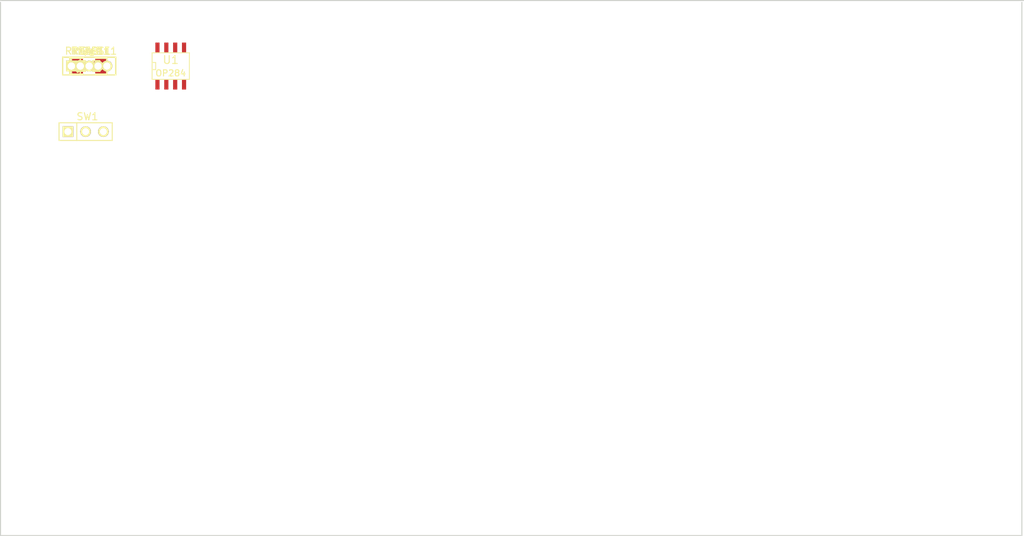
<source format=kicad_pcb>
(kicad_pcb (version 3) (host pcbnew "(2013-05-16 BZR 4016)-stable")

  (general
    (links 56)
    (no_connects 33)
    (area -6.539088 -3.682256 227.151001 143.331001)
    (thickness 1.6)
    (drawings 4)
    (tracks 0)
    (zones 0)
    (modules 33)
    (nets 22)
  )

  (page A3)
  (layers
    (15 Dessus.Cu signal)
    (0 Dessous.Cu signal)
    (16 Dessous.Adhes user)
    (17 Dessus.Adhes user)
    (18 Dessous.Pate user)
    (19 Dessus.Pate user)
    (20 Dessous.SilkS user)
    (21 Dessus.SilkS user)
    (22 Dessous.Masque user)
    (23 Dessus.Masque user)
    (24 Dessin.User user)
    (25 Cmts.User user)
    (26 Eco1.User user)
    (27 Eco2.User user)
    (28 Contours.Ci user)
  )

  (setup
    (last_trace_width 0.254)
    (trace_clearance 0.254)
    (zone_clearance 0.508)
    (zone_45_only no)
    (trace_min 0.254)
    (segment_width 0.2)
    (edge_width 0.15)
    (via_size 0.889)
    (via_drill 0.635)
    (via_min_size 0.889)
    (via_min_drill 0.508)
    (uvia_size 0.508)
    (uvia_drill 0.127)
    (uvias_allowed no)
    (uvia_min_size 0.508)
    (uvia_min_drill 0.127)
    (pcb_text_width 0.3)
    (pcb_text_size 1.5 1.5)
    (mod_edge_width 0.15)
    (mod_text_size 1.5 1.5)
    (mod_text_width 0.15)
    (pad_size 1.524 1.524)
    (pad_drill 0.762)
    (pad_to_mask_clearance 0.2)
    (aux_axis_origin 0 0)
    (visible_elements FFFFFFBF)
    (pcbplotparams
      (layerselection 3178497)
      (usegerberextensions true)
      (excludeedgelayer true)
      (linewidth 0.100000)
      (plotframeref false)
      (viasonmask false)
      (mode 1)
      (useauxorigin false)
      (hpglpennumber 1)
      (hpglpenspeed 20)
      (hpglpendiameter 15)
      (hpglpenoverlay 2)
      (psnegative false)
      (psa4output false)
      (plotreference true)
      (plotvalue true)
      (plotothertext true)
      (plotinvisibletext false)
      (padsonsilk false)
      (subtractmaskfromsilk false)
      (outputformat 1)
      (mirror false)
      (drillshape 1)
      (scaleselection 1)
      (outputdirectory ""))
  )

  (net 0 "")
  (net 1 +9V)
  (net 2 GND)
  (net 3 N-0000010)
  (net 4 N-0000011)
  (net 5 N-0000012)
  (net 6 N-0000013)
  (net 7 N-0000014)
  (net 8 N-0000015)
  (net 9 N-0000016)
  (net 10 N-0000017)
  (net 11 N-0000018)
  (net 12 N-0000019)
  (net 13 N-0000020)
  (net 14 N-0000021)
  (net 15 N-000003)
  (net 16 N-000005)
  (net 17 N-000006)
  (net 18 N-000007)
  (net 19 N-000008)
  (net 20 N-000009)
  (net 21 Vref)

  (net_class Default "Ceci est la Netclass par défaut"
    (clearance 0.254)
    (trace_width 0.254)
    (via_dia 0.889)
    (via_drill 0.635)
    (uvia_dia 0.508)
    (uvia_drill 0.127)
    (add_net "")
    (add_net +9V)
    (add_net GND)
    (add_net N-0000010)
    (add_net N-0000011)
    (add_net N-0000012)
    (add_net N-0000013)
    (add_net N-0000014)
    (add_net N-0000015)
    (add_net N-0000016)
    (add_net N-0000017)
    (add_net N-0000018)
    (add_net N-0000019)
    (add_net N-0000020)
    (add_net N-0000021)
    (add_net N-000003)
    (add_net N-000005)
    (add_net N-000006)
    (add_net N-000007)
    (add_net N-000008)
    (add_net N-000009)
    (add_net Vref)
  )

  (module SO8E (layer Dessus.Cu) (tedit 4F33A5C7) (tstamp 535674E1)
    (at 104.902 75.946)
    (descr "module CMS SOJ 8 pins etroit")
    (tags "CMS SOJ")
    (path /51B0ED3A)
    (attr smd)
    (fp_text reference U1 (at 0 -0.889) (layer Dessus.SilkS)
      (effects (font (size 1.143 1.143) (thickness 0.1524)))
    )
    (fp_text value OP284 (at 0 1.016) (layer Dessus.SilkS)
      (effects (font (size 0.889 0.889) (thickness 0.1524)))
    )
    (fp_line (start -2.667 1.778) (end -2.667 1.905) (layer Dessus.SilkS) (width 0.127))
    (fp_line (start -2.667 1.905) (end 2.667 1.905) (layer Dessus.SilkS) (width 0.127))
    (fp_line (start 2.667 -1.905) (end -2.667 -1.905) (layer Dessus.SilkS) (width 0.127))
    (fp_line (start -2.667 -1.905) (end -2.667 1.778) (layer Dessus.SilkS) (width 0.127))
    (fp_line (start -2.667 -0.508) (end -2.159 -0.508) (layer Dessus.SilkS) (width 0.127))
    (fp_line (start -2.159 -0.508) (end -2.159 0.508) (layer Dessus.SilkS) (width 0.127))
    (fp_line (start -2.159 0.508) (end -2.667 0.508) (layer Dessus.SilkS) (width 0.127))
    (fp_line (start 2.667 -1.905) (end 2.667 1.905) (layer Dessus.SilkS) (width 0.127))
    (pad 8 smd rect (at -1.905 -2.667) (size 0.59944 1.39954)
      (layers Dessus.Cu Dessus.Pate Dessus.Masque)
      (net 1 +9V)
    )
    (pad 1 smd rect (at -1.905 2.667) (size 0.59944 1.39954)
      (layers Dessus.Cu Dessus.Pate Dessus.Masque)
      (net 7 N-0000014)
    )
    (pad 7 smd rect (at -0.635 -2.667) (size 0.59944 1.39954)
      (layers Dessus.Cu Dessus.Pate Dessus.Masque)
      (net 11 N-0000018)
    )
    (pad 6 smd rect (at 0.635 -2.667) (size 0.59944 1.39954)
      (layers Dessus.Cu Dessus.Pate Dessus.Masque)
      (net 12 N-0000019)
    )
    (pad 5 smd rect (at 1.905 -2.667) (size 0.59944 1.39954)
      (layers Dessus.Cu Dessus.Pate Dessus.Masque)
      (net 21 Vref)
    )
    (pad 2 smd rect (at -0.635 2.667) (size 0.59944 1.39954)
      (layers Dessus.Cu Dessus.Pate Dessus.Masque)
      (net 16 N-000005)
    )
    (pad 3 smd rect (at 0.635 2.667) (size 0.59944 1.39954)
      (layers Dessus.Cu Dessus.Pate Dessus.Masque)
      (net 15 N-000003)
    )
    (pad 4 smd rect (at 1.905 2.667) (size 0.59944 1.39954)
      (layers Dessus.Cu Dessus.Pate Dessus.Masque)
      (net 2 GND)
    )
    (model smd/cms_so8.wrl
      (at (xyz 0 0 0))
      (scale (xyz 0.5 0.32 0.5))
      (rotate (xyz 0 0 0))
    )
  )

  (module SM1206POL (layer Dessus.Cu) (tedit 42806E4C) (tstamp 535674F0)
    (at 93.218 75.946)
    (path /5194B4BA)
    (attr smd)
    (fp_text reference C8 (at 0 0) (layer Dessus.SilkS)
      (effects (font (size 0.762 0.762) (thickness 0.127)))
    )
    (fp_text value 50uf (at 0 0) (layer Dessus.SilkS) hide
      (effects (font (size 0.762 0.762) (thickness 0.127)))
    )
    (fp_line (start -2.54 -1.143) (end -2.794 -1.143) (layer Dessus.SilkS) (width 0.127))
    (fp_line (start -2.794 -1.143) (end -2.794 1.143) (layer Dessus.SilkS) (width 0.127))
    (fp_line (start -2.794 1.143) (end -2.54 1.143) (layer Dessus.SilkS) (width 0.127))
    (fp_line (start -2.54 -1.143) (end -2.54 1.143) (layer Dessus.SilkS) (width 0.127))
    (fp_line (start -2.54 1.143) (end -0.889 1.143) (layer Dessus.SilkS) (width 0.127))
    (fp_line (start 0.889 -1.143) (end 2.54 -1.143) (layer Dessus.SilkS) (width 0.127))
    (fp_line (start 2.54 -1.143) (end 2.54 1.143) (layer Dessus.SilkS) (width 0.127))
    (fp_line (start 2.54 1.143) (end 0.889 1.143) (layer Dessus.SilkS) (width 0.127))
    (fp_line (start -0.889 -1.143) (end -2.54 -1.143) (layer Dessus.SilkS) (width 0.127))
    (pad 1 smd rect (at -1.651 0) (size 1.524 2.032)
      (layers Dessus.Cu Dessus.Pate Dessus.Masque)
      (net 21 Vref)
    )
    (pad 2 smd rect (at 1.651 0) (size 1.524 2.032)
      (layers Dessus.Cu Dessus.Pate Dessus.Masque)
      (net 2 GND)
    )
    (model smd/chip_cms_pol.wrl
      (at (xyz 0 0 0))
      (scale (xyz 0.17 0.16 0.16))
      (rotate (xyz 0 0 0))
    )
  )

  (module SM1206POL (layer Dessus.Cu) (tedit 42806E4C) (tstamp 535674FF)
    (at 93.218 75.946)
    (path /51B1AE7D)
    (attr smd)
    (fp_text reference C7 (at 0 0) (layer Dessus.SilkS)
      (effects (font (size 0.762 0.762) (thickness 0.127)))
    )
    (fp_text value 22uf (at 0 0) (layer Dessus.SilkS) hide
      (effects (font (size 0.762 0.762) (thickness 0.127)))
    )
    (fp_line (start -2.54 -1.143) (end -2.794 -1.143) (layer Dessus.SilkS) (width 0.127))
    (fp_line (start -2.794 -1.143) (end -2.794 1.143) (layer Dessus.SilkS) (width 0.127))
    (fp_line (start -2.794 1.143) (end -2.54 1.143) (layer Dessus.SilkS) (width 0.127))
    (fp_line (start -2.54 -1.143) (end -2.54 1.143) (layer Dessus.SilkS) (width 0.127))
    (fp_line (start -2.54 1.143) (end -0.889 1.143) (layer Dessus.SilkS) (width 0.127))
    (fp_line (start 0.889 -1.143) (end 2.54 -1.143) (layer Dessus.SilkS) (width 0.127))
    (fp_line (start 2.54 -1.143) (end 2.54 1.143) (layer Dessus.SilkS) (width 0.127))
    (fp_line (start 2.54 1.143) (end 0.889 1.143) (layer Dessus.SilkS) (width 0.127))
    (fp_line (start -0.889 -1.143) (end -2.54 -1.143) (layer Dessus.SilkS) (width 0.127))
    (pad 1 smd rect (at -1.651 0) (size 1.524 2.032)
      (layers Dessus.Cu Dessus.Pate Dessus.Masque)
      (net 3 N-0000010)
    )
    (pad 2 smd rect (at 1.651 0) (size 1.524 2.032)
      (layers Dessus.Cu Dessus.Pate Dessus.Masque)
      (net 6 N-0000013)
    )
    (model smd/chip_cms_pol.wrl
      (at (xyz 0 0 0))
      (scale (xyz 0.17 0.16 0.16))
      (rotate (xyz 0 0 0))
    )
  )

  (module SM1206POL (layer Dessus.Cu) (tedit 42806E4C) (tstamp 5356750E)
    (at 93.218 75.946)
    (path /5194AE1B)
    (attr smd)
    (fp_text reference C12 (at 0 0) (layer Dessus.SilkS)
      (effects (font (size 0.762 0.762) (thickness 0.127)))
    )
    (fp_text value 22uF (at 0 0) (layer Dessus.SilkS) hide
      (effects (font (size 0.762 0.762) (thickness 0.127)))
    )
    (fp_line (start -2.54 -1.143) (end -2.794 -1.143) (layer Dessus.SilkS) (width 0.127))
    (fp_line (start -2.794 -1.143) (end -2.794 1.143) (layer Dessus.SilkS) (width 0.127))
    (fp_line (start -2.794 1.143) (end -2.54 1.143) (layer Dessus.SilkS) (width 0.127))
    (fp_line (start -2.54 -1.143) (end -2.54 1.143) (layer Dessus.SilkS) (width 0.127))
    (fp_line (start -2.54 1.143) (end -0.889 1.143) (layer Dessus.SilkS) (width 0.127))
    (fp_line (start 0.889 -1.143) (end 2.54 -1.143) (layer Dessus.SilkS) (width 0.127))
    (fp_line (start 2.54 -1.143) (end 2.54 1.143) (layer Dessus.SilkS) (width 0.127))
    (fp_line (start 2.54 1.143) (end 0.889 1.143) (layer Dessus.SilkS) (width 0.127))
    (fp_line (start -0.889 -1.143) (end -2.54 -1.143) (layer Dessus.SilkS) (width 0.127))
    (pad 1 smd rect (at -1.651 0) (size 1.524 2.032)
      (layers Dessus.Cu Dessus.Pate Dessus.Masque)
      (net 9 N-0000016)
    )
    (pad 2 smd rect (at 1.651 0) (size 1.524 2.032)
      (layers Dessus.Cu Dessus.Pate Dessus.Masque)
      (net 2 GND)
    )
    (model smd/chip_cms_pol.wrl
      (at (xyz 0 0 0))
      (scale (xyz 0.17 0.16 0.16))
      (rotate (xyz 0 0 0))
    )
  )

  (module SM1206POL (layer Dessus.Cu) (tedit 42806E4C) (tstamp 5356751D)
    (at 93.218 75.946)
    (path /5194ADAA)
    (attr smd)
    (fp_text reference C9 (at 0 0) (layer Dessus.SilkS)
      (effects (font (size 0.762 0.762) (thickness 0.127)))
    )
    (fp_text value 22uf (at 0 0) (layer Dessus.SilkS) hide
      (effects (font (size 0.762 0.762) (thickness 0.127)))
    )
    (fp_line (start -2.54 -1.143) (end -2.794 -1.143) (layer Dessus.SilkS) (width 0.127))
    (fp_line (start -2.794 -1.143) (end -2.794 1.143) (layer Dessus.SilkS) (width 0.127))
    (fp_line (start -2.794 1.143) (end -2.54 1.143) (layer Dessus.SilkS) (width 0.127))
    (fp_line (start -2.54 -1.143) (end -2.54 1.143) (layer Dessus.SilkS) (width 0.127))
    (fp_line (start -2.54 1.143) (end -0.889 1.143) (layer Dessus.SilkS) (width 0.127))
    (fp_line (start 0.889 -1.143) (end 2.54 -1.143) (layer Dessus.SilkS) (width 0.127))
    (fp_line (start 2.54 -1.143) (end 2.54 1.143) (layer Dessus.SilkS) (width 0.127))
    (fp_line (start 2.54 1.143) (end 0.889 1.143) (layer Dessus.SilkS) (width 0.127))
    (fp_line (start -0.889 -1.143) (end -2.54 -1.143) (layer Dessus.SilkS) (width 0.127))
    (pad 1 smd rect (at -1.651 0) (size 1.524 2.032)
      (layers Dessus.Cu Dessus.Pate Dessus.Masque)
      (net 13 N-0000020)
    )
    (pad 2 smd rect (at 1.651 0) (size 1.524 2.032)
      (layers Dessus.Cu Dessus.Pate Dessus.Masque)
      (net 14 N-0000021)
    )
    (model smd/chip_cms_pol.wrl
      (at (xyz 0 0 0))
      (scale (xyz 0.17 0.16 0.16))
      (rotate (xyz 0 0 0))
    )
  )

  (module SM0805 (layer Dessus.Cu) (tedit 5091495C) (tstamp 5356752A)
    (at 93.218 75.946)
    (path /51B1A91A)
    (attr smd)
    (fp_text reference C2 (at 0 -0.3175) (layer Dessus.SilkS)
      (effects (font (size 0.50038 0.50038) (thickness 0.10922)))
    )
    (fp_text value 100p (at 0 0.381) (layer Dessus.SilkS)
      (effects (font (size 0.50038 0.50038) (thickness 0.10922)))
    )
    (fp_circle (center -1.651 0.762) (end -1.651 0.635) (layer Dessus.SilkS) (width 0.09906))
    (fp_line (start -0.508 0.762) (end -1.524 0.762) (layer Dessus.SilkS) (width 0.09906))
    (fp_line (start -1.524 0.762) (end -1.524 -0.762) (layer Dessus.SilkS) (width 0.09906))
    (fp_line (start -1.524 -0.762) (end -0.508 -0.762) (layer Dessus.SilkS) (width 0.09906))
    (fp_line (start 0.508 -0.762) (end 1.524 -0.762) (layer Dessus.SilkS) (width 0.09906))
    (fp_line (start 1.524 -0.762) (end 1.524 0.762) (layer Dessus.SilkS) (width 0.09906))
    (fp_line (start 1.524 0.762) (end 0.508 0.762) (layer Dessus.SilkS) (width 0.09906))
    (pad 1 smd rect (at -0.9525 0) (size 0.889 1.397)
      (layers Dessus.Cu Dessus.Pate Dessus.Masque)
      (net 16 N-000005)
    )
    (pad 2 smd rect (at 0.9525 0) (size 0.889 1.397)
      (layers Dessus.Cu Dessus.Pate Dessus.Masque)
      (net 7 N-0000014)
    )
    (model smd/chip_cms.wrl
      (at (xyz 0 0 0))
      (scale (xyz 0.1 0.1 0.1))
      (rotate (xyz 0 0 0))
    )
  )

  (module SM0805 (layer Dessus.Cu) (tedit 5091495C) (tstamp 53567537)
    (at 93.218 75.946)
    (path /5194A4FE)
    (attr smd)
    (fp_text reference C3 (at 0 -0.3175) (layer Dessus.SilkS)
      (effects (font (size 0.50038 0.50038) (thickness 0.10922)))
    )
    (fp_text value 11n (at 0 0.381) (layer Dessus.SilkS)
      (effects (font (size 0.50038 0.50038) (thickness 0.10922)))
    )
    (fp_circle (center -1.651 0.762) (end -1.651 0.635) (layer Dessus.SilkS) (width 0.09906))
    (fp_line (start -0.508 0.762) (end -1.524 0.762) (layer Dessus.SilkS) (width 0.09906))
    (fp_line (start -1.524 0.762) (end -1.524 -0.762) (layer Dessus.SilkS) (width 0.09906))
    (fp_line (start -1.524 -0.762) (end -0.508 -0.762) (layer Dessus.SilkS) (width 0.09906))
    (fp_line (start 0.508 -0.762) (end 1.524 -0.762) (layer Dessus.SilkS) (width 0.09906))
    (fp_line (start 1.524 -0.762) (end 1.524 0.762) (layer Dessus.SilkS) (width 0.09906))
    (fp_line (start 1.524 0.762) (end 0.508 0.762) (layer Dessus.SilkS) (width 0.09906))
    (pad 1 smd rect (at -0.9525 0) (size 0.889 1.397)
      (layers Dessus.Cu Dessus.Pate Dessus.Masque)
      (net 19 N-000008)
    )
    (pad 2 smd rect (at 0.9525 0) (size 0.889 1.397)
      (layers Dessus.Cu Dessus.Pate Dessus.Masque)
      (net 4 N-0000011)
    )
    (model smd/chip_cms.wrl
      (at (xyz 0 0 0))
      (scale (xyz 0.1 0.1 0.1))
      (rotate (xyz 0 0 0))
    )
  )

  (module SM0805 (layer Dessus.Cu) (tedit 5091495C) (tstamp 53567544)
    (at 93.218 75.946)
    (path /5194A4EE)
    (attr smd)
    (fp_text reference R6 (at 0 -0.3175) (layer Dessus.SilkS)
      (effects (font (size 0.50038 0.50038) (thickness 0.10922)))
    )
    (fp_text value 15K (at 0 0.381) (layer Dessus.SilkS)
      (effects (font (size 0.50038 0.50038) (thickness 0.10922)))
    )
    (fp_circle (center -1.651 0.762) (end -1.651 0.635) (layer Dessus.SilkS) (width 0.09906))
    (fp_line (start -0.508 0.762) (end -1.524 0.762) (layer Dessus.SilkS) (width 0.09906))
    (fp_line (start -1.524 0.762) (end -1.524 -0.762) (layer Dessus.SilkS) (width 0.09906))
    (fp_line (start -1.524 -0.762) (end -0.508 -0.762) (layer Dessus.SilkS) (width 0.09906))
    (fp_line (start 0.508 -0.762) (end 1.524 -0.762) (layer Dessus.SilkS) (width 0.09906))
    (fp_line (start 1.524 -0.762) (end 1.524 0.762) (layer Dessus.SilkS) (width 0.09906))
    (fp_line (start 1.524 0.762) (end 0.508 0.762) (layer Dessus.SilkS) (width 0.09906))
    (pad 1 smd rect (at -0.9525 0) (size 0.889 1.397)
      (layers Dessus.Cu Dessus.Pate Dessus.Masque)
      (net 10 N-0000017)
    )
    (pad 2 smd rect (at 0.9525 0) (size 0.889 1.397)
      (layers Dessus.Cu Dessus.Pate Dessus.Masque)
      (net 12 N-0000019)
    )
    (model smd/chip_cms.wrl
      (at (xyz 0 0 0))
      (scale (xyz 0.1 0.1 0.1))
      (rotate (xyz 0 0 0))
    )
  )

  (module SM0805 (layer Dessus.Cu) (tedit 5091495C) (tstamp 53567551)
    (at 93.218 75.946)
    (path /5194A4D6)
    (attr smd)
    (fp_text reference R5 (at 0 -0.3175) (layer Dessus.SilkS)
      (effects (font (size 0.50038 0.50038) (thickness 0.10922)))
    )
    (fp_text value 47K (at 0 0.381) (layer Dessus.SilkS)
      (effects (font (size 0.50038 0.50038) (thickness 0.10922)))
    )
    (fp_circle (center -1.651 0.762) (end -1.651 0.635) (layer Dessus.SilkS) (width 0.09906))
    (fp_line (start -0.508 0.762) (end -1.524 0.762) (layer Dessus.SilkS) (width 0.09906))
    (fp_line (start -1.524 0.762) (end -1.524 -0.762) (layer Dessus.SilkS) (width 0.09906))
    (fp_line (start -1.524 -0.762) (end -0.508 -0.762) (layer Dessus.SilkS) (width 0.09906))
    (fp_line (start 0.508 -0.762) (end 1.524 -0.762) (layer Dessus.SilkS) (width 0.09906))
    (fp_line (start 1.524 -0.762) (end 1.524 0.762) (layer Dessus.SilkS) (width 0.09906))
    (fp_line (start 1.524 0.762) (end 0.508 0.762) (layer Dessus.SilkS) (width 0.09906))
    (pad 1 smd rect (at -0.9525 0) (size 0.889 1.397)
      (layers Dessus.Cu Dessus.Pate Dessus.Masque)
      (net 7 N-0000014)
    )
    (pad 2 smd rect (at 0.9525 0) (size 0.889 1.397)
      (layers Dessus.Cu Dessus.Pate Dessus.Masque)
      (net 12 N-0000019)
    )
    (model smd/chip_cms.wrl
      (at (xyz 0 0 0))
      (scale (xyz 0.1 0.1 0.1))
      (rotate (xyz 0 0 0))
    )
  )

  (module SM0805 (layer Dessus.Cu) (tedit 5091495C) (tstamp 5356755E)
    (at 93.218 75.946)
    (path /51B1A73D)
    (attr smd)
    (fp_text reference R1 (at 0 -0.3175) (layer Dessus.SilkS)
      (effects (font (size 0.50038 0.50038) (thickness 0.10922)))
    )
    (fp_text value 1Meg (at 0 0.381) (layer Dessus.SilkS)
      (effects (font (size 0.50038 0.50038) (thickness 0.10922)))
    )
    (fp_circle (center -1.651 0.762) (end -1.651 0.635) (layer Dessus.SilkS) (width 0.09906))
    (fp_line (start -0.508 0.762) (end -1.524 0.762) (layer Dessus.SilkS) (width 0.09906))
    (fp_line (start -1.524 0.762) (end -1.524 -0.762) (layer Dessus.SilkS) (width 0.09906))
    (fp_line (start -1.524 -0.762) (end -0.508 -0.762) (layer Dessus.SilkS) (width 0.09906))
    (fp_line (start 0.508 -0.762) (end 1.524 -0.762) (layer Dessus.SilkS) (width 0.09906))
    (fp_line (start 1.524 -0.762) (end 1.524 0.762) (layer Dessus.SilkS) (width 0.09906))
    (fp_line (start 1.524 0.762) (end 0.508 0.762) (layer Dessus.SilkS) (width 0.09906))
    (pad 1 smd rect (at -0.9525 0) (size 0.889 1.397)
      (layers Dessus.Cu Dessus.Pate Dessus.Masque)
      (net 15 N-000003)
    )
    (pad 2 smd rect (at 0.9525 0) (size 0.889 1.397)
      (layers Dessus.Cu Dessus.Pate Dessus.Masque)
      (net 21 Vref)
    )
    (model smd/chip_cms.wrl
      (at (xyz 0 0 0))
      (scale (xyz 0.1 0.1 0.1))
      (rotate (xyz 0 0 0))
    )
  )

  (module SM0805 (layer Dessus.Cu) (tedit 5091495C) (tstamp 5356756B)
    (at 93.218 75.946)
    (path /51B1A74C)
    (attr smd)
    (fp_text reference R3 (at 0 -0.3175) (layer Dessus.SilkS)
      (effects (font (size 0.50038 0.50038) (thickness 0.10922)))
    )
    (fp_text value 10K (at 0 0.381) (layer Dessus.SilkS)
      (effects (font (size 0.50038 0.50038) (thickness 0.10922)))
    )
    (fp_circle (center -1.651 0.762) (end -1.651 0.635) (layer Dessus.SilkS) (width 0.09906))
    (fp_line (start -0.508 0.762) (end -1.524 0.762) (layer Dessus.SilkS) (width 0.09906))
    (fp_line (start -1.524 0.762) (end -1.524 -0.762) (layer Dessus.SilkS) (width 0.09906))
    (fp_line (start -1.524 -0.762) (end -0.508 -0.762) (layer Dessus.SilkS) (width 0.09906))
    (fp_line (start 0.508 -0.762) (end 1.524 -0.762) (layer Dessus.SilkS) (width 0.09906))
    (fp_line (start 1.524 -0.762) (end 1.524 0.762) (layer Dessus.SilkS) (width 0.09906))
    (fp_line (start 1.524 0.762) (end 0.508 0.762) (layer Dessus.SilkS) (width 0.09906))
    (pad 1 smd rect (at -0.9525 0) (size 0.889 1.397)
      (layers Dessus.Cu Dessus.Pate Dessus.Masque)
      (net 16 N-000005)
    )
    (pad 2 smd rect (at 0.9525 0) (size 0.889 1.397)
      (layers Dessus.Cu Dessus.Pate Dessus.Masque)
      (net 21 Vref)
    )
    (model smd/chip_cms.wrl
      (at (xyz 0 0 0))
      (scale (xyz 0.1 0.1 0.1))
      (rotate (xyz 0 0 0))
    )
  )

  (module SM0805 (layer Dessus.Cu) (tedit 5091495C) (tstamp 53567578)
    (at 93.218 75.946)
    (path /51B1A765)
    (attr smd)
    (fp_text reference R2 (at 0 -0.3175) (layer Dessus.SilkS)
      (effects (font (size 0.50038 0.50038) (thickness 0.10922)))
    )
    (fp_text value 500 (at 0 0.381) (layer Dessus.SilkS)
      (effects (font (size 0.50038 0.50038) (thickness 0.10922)))
    )
    (fp_circle (center -1.651 0.762) (end -1.651 0.635) (layer Dessus.SilkS) (width 0.09906))
    (fp_line (start -0.508 0.762) (end -1.524 0.762) (layer Dessus.SilkS) (width 0.09906))
    (fp_line (start -1.524 0.762) (end -1.524 -0.762) (layer Dessus.SilkS) (width 0.09906))
    (fp_line (start -1.524 -0.762) (end -0.508 -0.762) (layer Dessus.SilkS) (width 0.09906))
    (fp_line (start 0.508 -0.762) (end 1.524 -0.762) (layer Dessus.SilkS) (width 0.09906))
    (fp_line (start 1.524 -0.762) (end 1.524 0.762) (layer Dessus.SilkS) (width 0.09906))
    (fp_line (start 1.524 0.762) (end 0.508 0.762) (layer Dessus.SilkS) (width 0.09906))
    (pad 1 smd rect (at -0.9525 0) (size 0.889 1.397)
      (layers Dessus.Cu Dessus.Pate Dessus.Masque)
      (net 18 N-000007)
    )
    (pad 2 smd rect (at 0.9525 0) (size 0.889 1.397)
      (layers Dessus.Cu Dessus.Pate Dessus.Masque)
      (net 16 N-000005)
    )
    (model smd/chip_cms.wrl
      (at (xyz 0 0 0))
      (scale (xyz 0.1 0.1 0.1))
      (rotate (xyz 0 0 0))
    )
  )

  (module SM0805 (layer Dessus.Cu) (tedit 5091495C) (tstamp 53567585)
    (at 93.218 75.946)
    (path /5194A52D)
    (attr smd)
    (fp_text reference C5 (at 0 -0.3175) (layer Dessus.SilkS)
      (effects (font (size 0.50038 0.50038) (thickness 0.10922)))
    )
    (fp_text value 2200p (at 0 0.381) (layer Dessus.SilkS)
      (effects (font (size 0.50038 0.50038) (thickness 0.10922)))
    )
    (fp_circle (center -1.651 0.762) (end -1.651 0.635) (layer Dessus.SilkS) (width 0.09906))
    (fp_line (start -0.508 0.762) (end -1.524 0.762) (layer Dessus.SilkS) (width 0.09906))
    (fp_line (start -1.524 0.762) (end -1.524 -0.762) (layer Dessus.SilkS) (width 0.09906))
    (fp_line (start -1.524 -0.762) (end -0.508 -0.762) (layer Dessus.SilkS) (width 0.09906))
    (fp_line (start 0.508 -0.762) (end 1.524 -0.762) (layer Dessus.SilkS) (width 0.09906))
    (fp_line (start 1.524 -0.762) (end 1.524 0.762) (layer Dessus.SilkS) (width 0.09906))
    (fp_line (start 1.524 0.762) (end 0.508 0.762) (layer Dessus.SilkS) (width 0.09906))
    (pad 1 smd rect (at -0.9525 0) (size 0.889 1.397)
      (layers Dessus.Cu Dessus.Pate Dessus.Masque)
      (net 17 N-000006)
    )
    (pad 2 smd rect (at 0.9525 0) (size 0.889 1.397)
      (layers Dessus.Cu Dessus.Pate Dessus.Masque)
      (net 20 N-000009)
    )
    (model smd/chip_cms.wrl
      (at (xyz 0 0 0))
      (scale (xyz 0.1 0.1 0.1))
      (rotate (xyz 0 0 0))
    )
  )

  (module SM0805 (layer Dessus.Cu) (tedit 5091495C) (tstamp 53567592)
    (at 93.218 75.946)
    (path /51B1AF4B)
    (attr smd)
    (fp_text reference R8 (at 0 -0.3175) (layer Dessus.SilkS)
      (effects (font (size 0.50038 0.50038) (thickness 0.10922)))
    )
    (fp_text value 1Meg (at 0 0.381) (layer Dessus.SilkS)
      (effects (font (size 0.50038 0.50038) (thickness 0.10922)))
    )
    (fp_circle (center -1.651 0.762) (end -1.651 0.635) (layer Dessus.SilkS) (width 0.09906))
    (fp_line (start -0.508 0.762) (end -1.524 0.762) (layer Dessus.SilkS) (width 0.09906))
    (fp_line (start -1.524 0.762) (end -1.524 -0.762) (layer Dessus.SilkS) (width 0.09906))
    (fp_line (start -1.524 -0.762) (end -0.508 -0.762) (layer Dessus.SilkS) (width 0.09906))
    (fp_line (start 0.508 -0.762) (end 1.524 -0.762) (layer Dessus.SilkS) (width 0.09906))
    (fp_line (start 1.524 -0.762) (end 1.524 0.762) (layer Dessus.SilkS) (width 0.09906))
    (fp_line (start 1.524 0.762) (end 0.508 0.762) (layer Dessus.SilkS) (width 0.09906))
    (pad 1 smd rect (at -0.9525 0) (size 0.889 1.397)
      (layers Dessus.Cu Dessus.Pate Dessus.Masque)
      (net 3 N-0000010)
    )
    (pad 2 smd rect (at 0.9525 0) (size 0.889 1.397)
      (layers Dessus.Cu Dessus.Pate Dessus.Masque)
      (net 21 Vref)
    )
    (model smd/chip_cms.wrl
      (at (xyz 0 0 0))
      (scale (xyz 0.1 0.1 0.1))
      (rotate (xyz 0 0 0))
    )
  )

  (module SM0805 (layer Dessus.Cu) (tedit 5091495C) (tstamp 5356759F)
    (at 93.218 75.946)
    (path /53563E77)
    (attr smd)
    (fp_text reference R4 (at 0 -0.3175) (layer Dessus.SilkS)
      (effects (font (size 0.50038 0.50038) (thickness 0.10922)))
    )
    (fp_text value 2.2K (at 0 0.381) (layer Dessus.SilkS)
      (effects (font (size 0.50038 0.50038) (thickness 0.10922)))
    )
    (fp_circle (center -1.651 0.762) (end -1.651 0.635) (layer Dessus.SilkS) (width 0.09906))
    (fp_line (start -0.508 0.762) (end -1.524 0.762) (layer Dessus.SilkS) (width 0.09906))
    (fp_line (start -1.524 0.762) (end -1.524 -0.762) (layer Dessus.SilkS) (width 0.09906))
    (fp_line (start -1.524 -0.762) (end -0.508 -0.762) (layer Dessus.SilkS) (width 0.09906))
    (fp_line (start 0.508 -0.762) (end 1.524 -0.762) (layer Dessus.SilkS) (width 0.09906))
    (fp_line (start 1.524 -0.762) (end 1.524 0.762) (layer Dessus.SilkS) (width 0.09906))
    (fp_line (start 1.524 0.762) (end 0.508 0.762) (layer Dessus.SilkS) (width 0.09906))
    (pad 1 smd rect (at -0.9525 0) (size 0.889 1.397)
      (layers Dessus.Cu Dessus.Pate Dessus.Masque)
      (net 7 N-0000014)
    )
    (pad 2 smd rect (at 0.9525 0) (size 0.889 1.397)
      (layers Dessus.Cu Dessus.Pate Dessus.Masque)
      (net 19 N-000008)
    )
    (model smd/chip_cms.wrl
      (at (xyz 0 0 0))
      (scale (xyz 0.1 0.1 0.1))
      (rotate (xyz 0 0 0))
    )
  )

  (module SM0805 (layer Dessus.Cu) (tedit 5091495C) (tstamp 535675AC)
    (at 93.218 75.946)
    (path /53563E86)
    (attr smd)
    (fp_text reference R7 (at 0 -0.3175) (layer Dessus.SilkS)
      (effects (font (size 0.50038 0.50038) (thickness 0.10922)))
    )
    (fp_text value 22K (at 0 0.381) (layer Dessus.SilkS)
      (effects (font (size 0.50038 0.50038) (thickness 0.10922)))
    )
    (fp_circle (center -1.651 0.762) (end -1.651 0.635) (layer Dessus.SilkS) (width 0.09906))
    (fp_line (start -0.508 0.762) (end -1.524 0.762) (layer Dessus.SilkS) (width 0.09906))
    (fp_line (start -1.524 0.762) (end -1.524 -0.762) (layer Dessus.SilkS) (width 0.09906))
    (fp_line (start -1.524 -0.762) (end -0.508 -0.762) (layer Dessus.SilkS) (width 0.09906))
    (fp_line (start 0.508 -0.762) (end 1.524 -0.762) (layer Dessus.SilkS) (width 0.09906))
    (fp_line (start 1.524 -0.762) (end 1.524 0.762) (layer Dessus.SilkS) (width 0.09906))
    (fp_line (start 1.524 0.762) (end 0.508 0.762) (layer Dessus.SilkS) (width 0.09906))
    (pad 1 smd rect (at -0.9525 0) (size 0.889 1.397)
      (layers Dessus.Cu Dessus.Pate Dessus.Masque)
      (net 11 N-0000018)
    )
    (pad 2 smd rect (at 0.9525 0) (size 0.889 1.397)
      (layers Dessus.Cu Dessus.Pate Dessus.Masque)
      (net 20 N-000009)
    )
    (model smd/chip_cms.wrl
      (at (xyz 0 0 0))
      (scale (xyz 0.1 0.1 0.1))
      (rotate (xyz 0 0 0))
    )
  )

  (module SM0805 (layer Dessus.Cu) (tedit 5091495C) (tstamp 535675B9)
    (at 93.218 75.946)
    (path /535640CD)
    (attr smd)
    (fp_text reference C13 (at 0 -0.3175) (layer Dessus.SilkS)
      (effects (font (size 0.50038 0.50038) (thickness 0.10922)))
    )
    (fp_text value 100n (at 0 0.381) (layer Dessus.SilkS)
      (effects (font (size 0.50038 0.50038) (thickness 0.10922)))
    )
    (fp_circle (center -1.651 0.762) (end -1.651 0.635) (layer Dessus.SilkS) (width 0.09906))
    (fp_line (start -0.508 0.762) (end -1.524 0.762) (layer Dessus.SilkS) (width 0.09906))
    (fp_line (start -1.524 0.762) (end -1.524 -0.762) (layer Dessus.SilkS) (width 0.09906))
    (fp_line (start -1.524 -0.762) (end -0.508 -0.762) (layer Dessus.SilkS) (width 0.09906))
    (fp_line (start 0.508 -0.762) (end 1.524 -0.762) (layer Dessus.SilkS) (width 0.09906))
    (fp_line (start 1.524 -0.762) (end 1.524 0.762) (layer Dessus.SilkS) (width 0.09906))
    (fp_line (start 1.524 0.762) (end 0.508 0.762) (layer Dessus.SilkS) (width 0.09906))
    (pad 1 smd rect (at -0.9525 0) (size 0.889 1.397)
      (layers Dessus.Cu Dessus.Pate Dessus.Masque)
      (net 1 +9V)
    )
    (pad 2 smd rect (at 0.9525 0) (size 0.889 1.397)
      (layers Dessus.Cu Dessus.Pate Dessus.Masque)
      (net 2 GND)
    )
    (model smd/chip_cms.wrl
      (at (xyz 0 0 0))
      (scale (xyz 0.1 0.1 0.1))
      (rotate (xyz 0 0 0))
    )
  )

  (module SM0805 (layer Dessus.Cu) (tedit 5091495C) (tstamp 535675C6)
    (at 93.218 75.946)
    (path /5194A574)
    (attr smd)
    (fp_text reference C4 (at 0 -0.3175) (layer Dessus.SilkS)
      (effects (font (size 0.50038 0.50038) (thickness 0.10922)))
    )
    (fp_text value 470p (at 0 0.381) (layer Dessus.SilkS)
      (effects (font (size 0.50038 0.50038) (thickness 0.10922)))
    )
    (fp_circle (center -1.651 0.762) (end -1.651 0.635) (layer Dessus.SilkS) (width 0.09906))
    (fp_line (start -0.508 0.762) (end -1.524 0.762) (layer Dessus.SilkS) (width 0.09906))
    (fp_line (start -1.524 0.762) (end -1.524 -0.762) (layer Dessus.SilkS) (width 0.09906))
    (fp_line (start -1.524 -0.762) (end -0.508 -0.762) (layer Dessus.SilkS) (width 0.09906))
    (fp_line (start 0.508 -0.762) (end 1.524 -0.762) (layer Dessus.SilkS) (width 0.09906))
    (fp_line (start 1.524 -0.762) (end 1.524 0.762) (layer Dessus.SilkS) (width 0.09906))
    (fp_line (start 1.524 0.762) (end 0.508 0.762) (layer Dessus.SilkS) (width 0.09906))
    (pad 1 smd rect (at -0.9525 0) (size 0.889 1.397)
      (layers Dessus.Cu Dessus.Pate Dessus.Masque)
      (net 12 N-0000019)
    )
    (pad 2 smd rect (at 0.9525 0) (size 0.889 1.397)
      (layers Dessus.Cu Dessus.Pate Dessus.Masque)
      (net 11 N-0000018)
    )
    (model smd/chip_cms.wrl
      (at (xyz 0 0 0))
      (scale (xyz 0.1 0.1 0.1))
      (rotate (xyz 0 0 0))
    )
  )

  (module SM0805 (layer Dessus.Cu) (tedit 5091495C) (tstamp 535675D3)
    (at 93.218 75.946)
    (path /5194A58C)
    (attr smd)
    (fp_text reference C6 (at 0 -0.3175) (layer Dessus.SilkS)
      (effects (font (size 0.50038 0.50038) (thickness 0.10922)))
    )
    (fp_text value 50n (at 0 0.381) (layer Dessus.SilkS)
      (effects (font (size 0.50038 0.50038) (thickness 0.10922)))
    )
    (fp_circle (center -1.651 0.762) (end -1.651 0.635) (layer Dessus.SilkS) (width 0.09906))
    (fp_line (start -0.508 0.762) (end -1.524 0.762) (layer Dessus.SilkS) (width 0.09906))
    (fp_line (start -1.524 0.762) (end -1.524 -0.762) (layer Dessus.SilkS) (width 0.09906))
    (fp_line (start -1.524 -0.762) (end -0.508 -0.762) (layer Dessus.SilkS) (width 0.09906))
    (fp_line (start 0.508 -0.762) (end 1.524 -0.762) (layer Dessus.SilkS) (width 0.09906))
    (fp_line (start 1.524 -0.762) (end 1.524 0.762) (layer Dessus.SilkS) (width 0.09906))
    (fp_line (start 1.524 0.762) (end 0.508 0.762) (layer Dessus.SilkS) (width 0.09906))
    (pad 1 smd rect (at -0.9525 0) (size 0.889 1.397)
      (layers Dessus.Cu Dessus.Pate Dessus.Masque)
      (net 10 N-0000017)
    )
    (pad 2 smd rect (at 0.9525 0) (size 0.889 1.397)
      (layers Dessus.Cu Dessus.Pate Dessus.Masque)
      (net 11 N-0000018)
    )
    (model smd/chip_cms.wrl
      (at (xyz 0 0 0))
      (scale (xyz 0.1 0.1 0.1))
      (rotate (xyz 0 0 0))
    )
  )

  (module SM0805 (layer Dessus.Cu) (tedit 5091495C) (tstamp 535675E0)
    (at 93.218 75.946)
    (path /5194A946)
    (attr smd)
    (fp_text reference C1 (at 0 -0.3175) (layer Dessus.SilkS)
      (effects (font (size 0.50038 0.50038) (thickness 0.10922)))
    )
    (fp_text value 0.1u (at 0 0.381) (layer Dessus.SilkS)
      (effects (font (size 0.50038 0.50038) (thickness 0.10922)))
    )
    (fp_circle (center -1.651 0.762) (end -1.651 0.635) (layer Dessus.SilkS) (width 0.09906))
    (fp_line (start -0.508 0.762) (end -1.524 0.762) (layer Dessus.SilkS) (width 0.09906))
    (fp_line (start -1.524 0.762) (end -1.524 -0.762) (layer Dessus.SilkS) (width 0.09906))
    (fp_line (start -1.524 -0.762) (end -0.508 -0.762) (layer Dessus.SilkS) (width 0.09906))
    (fp_line (start 0.508 -0.762) (end 1.524 -0.762) (layer Dessus.SilkS) (width 0.09906))
    (fp_line (start 1.524 -0.762) (end 1.524 0.762) (layer Dessus.SilkS) (width 0.09906))
    (fp_line (start 1.524 0.762) (end 0.508 0.762) (layer Dessus.SilkS) (width 0.09906))
    (pad 1 smd rect (at -0.9525 0) (size 0.889 1.397)
      (layers Dessus.Cu Dessus.Pate Dessus.Masque)
      (net 6 N-0000013)
    )
    (pad 2 smd rect (at 0.9525 0) (size 0.889 1.397)
      (layers Dessus.Cu Dessus.Pate Dessus.Masque)
      (net 15 N-000003)
    )
    (model smd/chip_cms.wrl
      (at (xyz 0 0 0))
      (scale (xyz 0.1 0.1 0.1))
      (rotate (xyz 0 0 0))
    )
  )

  (module SM0805 (layer Dessus.Cu) (tedit 5091495C) (tstamp 535675ED)
    (at 93.218 75.946)
    (path /5194AE09)
    (attr smd)
    (fp_text reference C11 (at 0 -0.3175) (layer Dessus.SilkS)
      (effects (font (size 0.50038 0.50038) (thickness 0.10922)))
    )
    (fp_text value 47nf (at 0 0.381) (layer Dessus.SilkS)
      (effects (font (size 0.50038 0.50038) (thickness 0.10922)))
    )
    (fp_circle (center -1.651 0.762) (end -1.651 0.635) (layer Dessus.SilkS) (width 0.09906))
    (fp_line (start -0.508 0.762) (end -1.524 0.762) (layer Dessus.SilkS) (width 0.09906))
    (fp_line (start -1.524 0.762) (end -1.524 -0.762) (layer Dessus.SilkS) (width 0.09906))
    (fp_line (start -1.524 -0.762) (end -0.508 -0.762) (layer Dessus.SilkS) (width 0.09906))
    (fp_line (start 0.508 -0.762) (end 1.524 -0.762) (layer Dessus.SilkS) (width 0.09906))
    (fp_line (start 1.524 -0.762) (end 1.524 0.762) (layer Dessus.SilkS) (width 0.09906))
    (fp_line (start 1.524 0.762) (end 0.508 0.762) (layer Dessus.SilkS) (width 0.09906))
    (pad 1 smd rect (at -0.9525 0) (size 0.889 1.397)
      (layers Dessus.Cu Dessus.Pate Dessus.Masque)
      (net 5 N-0000012)
    )
    (pad 2 smd rect (at 0.9525 0) (size 0.889 1.397)
      (layers Dessus.Cu Dessus.Pate Dessus.Masque)
      (net 2 GND)
    )
    (model smd/chip_cms.wrl
      (at (xyz 0 0 0))
      (scale (xyz 0.1 0.1 0.1))
      (rotate (xyz 0 0 0))
    )
  )

  (module SM0805 (layer Dessus.Cu) (tedit 5091495C) (tstamp 535675FA)
    (at 93.218 75.946)
    (path /5194AE28)
    (attr smd)
    (fp_text reference R11 (at 0 -0.3175) (layer Dessus.SilkS)
      (effects (font (size 0.50038 0.50038) (thickness 0.10922)))
    )
    (fp_text value 10K (at 0 0.381) (layer Dessus.SilkS)
      (effects (font (size 0.50038 0.50038) (thickness 0.10922)))
    )
    (fp_circle (center -1.651 0.762) (end -1.651 0.635) (layer Dessus.SilkS) (width 0.09906))
    (fp_line (start -0.508 0.762) (end -1.524 0.762) (layer Dessus.SilkS) (width 0.09906))
    (fp_line (start -1.524 0.762) (end -1.524 -0.762) (layer Dessus.SilkS) (width 0.09906))
    (fp_line (start -1.524 -0.762) (end -0.508 -0.762) (layer Dessus.SilkS) (width 0.09906))
    (fp_line (start 0.508 -0.762) (end 1.524 -0.762) (layer Dessus.SilkS) (width 0.09906))
    (fp_line (start 1.524 -0.762) (end 1.524 0.762) (layer Dessus.SilkS) (width 0.09906))
    (fp_line (start 1.524 0.762) (end 0.508 0.762) (layer Dessus.SilkS) (width 0.09906))
    (pad 1 smd rect (at -0.9525 0) (size 0.889 1.397)
      (layers Dessus.Cu Dessus.Pate Dessus.Masque)
      (net 10 N-0000017)
    )
    (pad 2 smd rect (at 0.9525 0) (size 0.889 1.397)
      (layers Dessus.Cu Dessus.Pate Dessus.Masque)
      (net 9 N-0000016)
    )
    (model smd/chip_cms.wrl
      (at (xyz 0 0 0))
      (scale (xyz 0.1 0.1 0.1))
      (rotate (xyz 0 0 0))
    )
  )

  (module SM0805 (layer Dessus.Cu) (tedit 5091495C) (tstamp 53567607)
    (at 93.218 75.946)
    (path /5194B4AA)
    (attr smd)
    (fp_text reference R9 (at 0 -0.3175) (layer Dessus.SilkS)
      (effects (font (size 0.50038 0.50038) (thickness 0.10922)))
    )
    (fp_text value 20K (at 0 0.381) (layer Dessus.SilkS)
      (effects (font (size 0.50038 0.50038) (thickness 0.10922)))
    )
    (fp_circle (center -1.651 0.762) (end -1.651 0.635) (layer Dessus.SilkS) (width 0.09906))
    (fp_line (start -0.508 0.762) (end -1.524 0.762) (layer Dessus.SilkS) (width 0.09906))
    (fp_line (start -1.524 0.762) (end -1.524 -0.762) (layer Dessus.SilkS) (width 0.09906))
    (fp_line (start -1.524 -0.762) (end -0.508 -0.762) (layer Dessus.SilkS) (width 0.09906))
    (fp_line (start 0.508 -0.762) (end 1.524 -0.762) (layer Dessus.SilkS) (width 0.09906))
    (fp_line (start 1.524 -0.762) (end 1.524 0.762) (layer Dessus.SilkS) (width 0.09906))
    (fp_line (start 1.524 0.762) (end 0.508 0.762) (layer Dessus.SilkS) (width 0.09906))
    (pad 1 smd rect (at -0.9525 0) (size 0.889 1.397)
      (layers Dessus.Cu Dessus.Pate Dessus.Masque)
      (net 1 +9V)
    )
    (pad 2 smd rect (at 0.9525 0) (size 0.889 1.397)
      (layers Dessus.Cu Dessus.Pate Dessus.Masque)
      (net 21 Vref)
    )
    (model smd/chip_cms.wrl
      (at (xyz 0 0 0))
      (scale (xyz 0.1 0.1 0.1))
      (rotate (xyz 0 0 0))
    )
  )

  (module SM0805 (layer Dessus.Cu) (tedit 5091495C) (tstamp 53567614)
    (at 93.218 75.946)
    (path /5194B4B0)
    (attr smd)
    (fp_text reference R10 (at 0 -0.3175) (layer Dessus.SilkS)
      (effects (font (size 0.50038 0.50038) (thickness 0.10922)))
    )
    (fp_text value 20K (at 0 0.381) (layer Dessus.SilkS)
      (effects (font (size 0.50038 0.50038) (thickness 0.10922)))
    )
    (fp_circle (center -1.651 0.762) (end -1.651 0.635) (layer Dessus.SilkS) (width 0.09906))
    (fp_line (start -0.508 0.762) (end -1.524 0.762) (layer Dessus.SilkS) (width 0.09906))
    (fp_line (start -1.524 0.762) (end -1.524 -0.762) (layer Dessus.SilkS) (width 0.09906))
    (fp_line (start -1.524 -0.762) (end -0.508 -0.762) (layer Dessus.SilkS) (width 0.09906))
    (fp_line (start 0.508 -0.762) (end 1.524 -0.762) (layer Dessus.SilkS) (width 0.09906))
    (fp_line (start 1.524 -0.762) (end 1.524 0.762) (layer Dessus.SilkS) (width 0.09906))
    (fp_line (start 1.524 0.762) (end 0.508 0.762) (layer Dessus.SilkS) (width 0.09906))
    (pad 1 smd rect (at -0.9525 0) (size 0.889 1.397)
      (layers Dessus.Cu Dessus.Pate Dessus.Masque)
      (net 21 Vref)
    )
    (pad 2 smd rect (at 0.9525 0) (size 0.889 1.397)
      (layers Dessus.Cu Dessus.Pate Dessus.Masque)
      (net 2 GND)
    )
    (model smd/chip_cms.wrl
      (at (xyz 0 0 0))
      (scale (xyz 0.1 0.1 0.1))
      (rotate (xyz 0 0 0))
    )
  )

  (module SM0805 (layer Dessus.Cu) (tedit 5091495C) (tstamp 53567621)
    (at 93.218 75.946)
    (path /5194B4C5)
    (attr smd)
    (fp_text reference C10 (at 0 -0.3175) (layer Dessus.SilkS)
      (effects (font (size 0.50038 0.50038) (thickness 0.10922)))
    )
    (fp_text value 1uf (at 0 0.381) (layer Dessus.SilkS)
      (effects (font (size 0.50038 0.50038) (thickness 0.10922)))
    )
    (fp_circle (center -1.651 0.762) (end -1.651 0.635) (layer Dessus.SilkS) (width 0.09906))
    (fp_line (start -0.508 0.762) (end -1.524 0.762) (layer Dessus.SilkS) (width 0.09906))
    (fp_line (start -1.524 0.762) (end -1.524 -0.762) (layer Dessus.SilkS) (width 0.09906))
    (fp_line (start -1.524 -0.762) (end -0.508 -0.762) (layer Dessus.SilkS) (width 0.09906))
    (fp_line (start 0.508 -0.762) (end 1.524 -0.762) (layer Dessus.SilkS) (width 0.09906))
    (fp_line (start 1.524 -0.762) (end 1.524 0.762) (layer Dessus.SilkS) (width 0.09906))
    (fp_line (start 1.524 0.762) (end 0.508 0.762) (layer Dessus.SilkS) (width 0.09906))
    (pad 1 smd rect (at -0.9525 0) (size 0.889 1.397)
      (layers Dessus.Cu Dessus.Pate Dessus.Masque)
      (net 1 +9V)
    )
    (pad 2 smd rect (at 0.9525 0) (size 0.889 1.397)
      (layers Dessus.Cu Dessus.Pate Dessus.Masque)
      (net 2 GND)
    )
    (model smd/chip_cms.wrl
      (at (xyz 0 0 0))
      (scale (xyz 0.1 0.1 0.1))
      (rotate (xyz 0 0 0))
    )
  )

  (module PIN_ARRAY_3X1 (layer Dessus.Cu) (tedit 4C1130E0) (tstamp 5356762D)
    (at 93.218 75.946)
    (descr "Connecteur 3 pins")
    (tags "CONN DEV")
    (path /5194A643)
    (fp_text reference RTREBLE1 (at 0.254 -2.159) (layer Dessus.SilkS)
      (effects (font (size 1.016 1.016) (thickness 0.1524)))
    )
    (fp_text value "100K REVLOG" (at 0 -2.159) (layer Dessus.SilkS) hide
      (effects (font (size 1.016 1.016) (thickness 0.1524)))
    )
    (fp_line (start -3.81 1.27) (end -3.81 -1.27) (layer Dessus.SilkS) (width 0.1524))
    (fp_line (start -3.81 -1.27) (end 3.81 -1.27) (layer Dessus.SilkS) (width 0.1524))
    (fp_line (start 3.81 -1.27) (end 3.81 1.27) (layer Dessus.SilkS) (width 0.1524))
    (fp_line (start 3.81 1.27) (end -3.81 1.27) (layer Dessus.SilkS) (width 0.1524))
    (fp_line (start -1.27 -1.27) (end -1.27 1.27) (layer Dessus.SilkS) (width 0.1524))
    (pad 1 thru_hole rect (at -2.54 0) (size 1.524 1.524) (drill 1.016)
      (layers *.Cu *.Mask Dessus.SilkS)
      (net 4 N-0000011)
    )
    (pad 2 thru_hole circle (at 0 0) (size 1.524 1.524) (drill 1.016)
      (layers *.Cu *.Mask Dessus.SilkS)
      (net 12 N-0000019)
    )
    (pad 3 thru_hole circle (at 2.54 0) (size 1.524 1.524) (drill 1.016)
      (layers *.Cu *.Mask Dessus.SilkS)
      (net 17 N-000006)
    )
    (model pin_array/pins_array_3x1.wrl
      (at (xyz 0 0 0))
      (scale (xyz 1 1 1))
      (rotate (xyz 0 0 0))
    )
  )

  (module PIN_ARRAY_3X1 (layer Dessus.Cu) (tedit 4C1130E0) (tstamp 53567639)
    (at 93.218 75.946)
    (descr "Connecteur 3 pins")
    (tags "CONN DEV")
    (path /5194A7CF)
    (fp_text reference RGAIN1 (at 0.254 -2.159) (layer Dessus.SilkS)
      (effects (font (size 1.016 1.016) (thickness 0.1524)))
    )
    (fp_text value 4.7K (at 0 -2.159) (layer Dessus.SilkS) hide
      (effects (font (size 1.016 1.016) (thickness 0.1524)))
    )
    (fp_line (start -3.81 1.27) (end -3.81 -1.27) (layer Dessus.SilkS) (width 0.1524))
    (fp_line (start -3.81 -1.27) (end 3.81 -1.27) (layer Dessus.SilkS) (width 0.1524))
    (fp_line (start 3.81 -1.27) (end 3.81 1.27) (layer Dessus.SilkS) (width 0.1524))
    (fp_line (start 3.81 1.27) (end -3.81 1.27) (layer Dessus.SilkS) (width 0.1524))
    (fp_line (start -1.27 -1.27) (end -1.27 1.27) (layer Dessus.SilkS) (width 0.1524))
    (pad 1 thru_hole rect (at -2.54 0) (size 1.524 1.524) (drill 1.016)
      (layers *.Cu *.Mask Dessus.SilkS)
      (net 18 N-000007)
    )
    (pad 2 thru_hole circle (at 0 0) (size 1.524 1.524) (drill 1.016)
      (layers *.Cu *.Mask Dessus.SilkS)
      (net 18 N-000007)
    )
    (pad 3 thru_hole circle (at 2.54 0) (size 1.524 1.524) (drill 1.016)
      (layers *.Cu *.Mask Dessus.SilkS)
      (net 7 N-0000014)
    )
    (model pin_array/pins_array_3x1.wrl
      (at (xyz 0 0 0))
      (scale (xyz 1 1 1))
      (rotate (xyz 0 0 0))
    )
  )

  (module PIN_ARRAY_3X1 (layer Dessus.Cu) (tedit 4C1130E0) (tstamp 53567645)
    (at 93.218 75.946)
    (descr "Connecteur 3 pins")
    (tags "CONN DEV")
    (path /5194AD59)
    (fp_text reference RBASS1 (at 0.254 -2.159) (layer Dessus.SilkS)
      (effects (font (size 1.016 1.016) (thickness 0.1524)))
    )
    (fp_text value "100K LOG" (at 0 -2.159) (layer Dessus.SilkS) hide
      (effects (font (size 1.016 1.016) (thickness 0.1524)))
    )
    (fp_line (start -3.81 1.27) (end -3.81 -1.27) (layer Dessus.SilkS) (width 0.1524))
    (fp_line (start -3.81 -1.27) (end 3.81 -1.27) (layer Dessus.SilkS) (width 0.1524))
    (fp_line (start 3.81 -1.27) (end 3.81 1.27) (layer Dessus.SilkS) (width 0.1524))
    (fp_line (start 3.81 1.27) (end -3.81 1.27) (layer Dessus.SilkS) (width 0.1524))
    (fp_line (start -1.27 -1.27) (end -1.27 1.27) (layer Dessus.SilkS) (width 0.1524))
    (pad 1 thru_hole rect (at -2.54 0) (size 1.524 1.524) (drill 1.016)
      (layers *.Cu *.Mask Dessus.SilkS)
      (net 13 N-0000020)
    )
    (pad 2 thru_hole circle (at 0 0) (size 1.524 1.524) (drill 1.016)
      (layers *.Cu *.Mask Dessus.SilkS)
      (net 13 N-0000020)
    )
    (pad 3 thru_hole circle (at 2.54 0) (size 1.524 1.524) (drill 1.016)
      (layers *.Cu *.Mask Dessus.SilkS)
      (net 8 N-0000015)
    )
    (model pin_array/pins_array_3x1.wrl
      (at (xyz 0 0 0))
      (scale (xyz 1 1 1))
      (rotate (xyz 0 0 0))
    )
  )

  (module PIN_ARRAY_3X1 (layer Dessus.Cu) (tedit 4C1130E0) (tstamp 53567651)
    (at 92.71 85.344)
    (descr "Connecteur 3 pins")
    (tags "CONN DEV")
    (path /51B1D3A0)
    (fp_text reference SW1 (at 0.254 -2.159) (layer Dessus.SilkS)
      (effects (font (size 1.016 1.016) (thickness 0.1524)))
    )
    (fp_text value SWITCH_INV (at 0 -2.159) (layer Dessus.SilkS) hide
      (effects (font (size 1.016 1.016) (thickness 0.1524)))
    )
    (fp_line (start -3.81 1.27) (end -3.81 -1.27) (layer Dessus.SilkS) (width 0.1524))
    (fp_line (start -3.81 -1.27) (end 3.81 -1.27) (layer Dessus.SilkS) (width 0.1524))
    (fp_line (start 3.81 -1.27) (end 3.81 1.27) (layer Dessus.SilkS) (width 0.1524))
    (fp_line (start 3.81 1.27) (end -3.81 1.27) (layer Dessus.SilkS) (width 0.1524))
    (fp_line (start -1.27 -1.27) (end -1.27 1.27) (layer Dessus.SilkS) (width 0.1524))
    (pad 1 thru_hole rect (at -2.54 0) (size 1.524 1.524) (drill 1.016)
      (layers *.Cu *.Mask Dessus.SilkS)
      (net 11 N-0000018)
    )
    (pad 2 thru_hole circle (at 0 0) (size 1.524 1.524) (drill 1.016)
      (layers *.Cu *.Mask Dessus.SilkS)
      (net 13 N-0000020)
    )
    (pad 3 thru_hole circle (at 2.54 0) (size 1.524 1.524) (drill 1.016)
      (layers *.Cu *.Mask Dessus.SilkS)
      (net 3 N-0000010)
    )
    (model pin_array/pins_array_3x1.wrl
      (at (xyz 0 0 0))
      (scale (xyz 1 1 1))
      (rotate (xyz 0 0 0))
    )
  )

  (module PIN_ARRAY_3X1 (layer Dessus.Cu) (tedit 4C1130E0) (tstamp 5356765D)
    (at 93.218 75.946)
    (descr "Connecteur 3 pins")
    (tags "CONN DEV")
    (path /51B1D3AF)
    (fp_text reference SW2 (at 0.254 -2.159) (layer Dessus.SilkS)
      (effects (font (size 1.016 1.016) (thickness 0.1524)))
    )
    (fp_text value SWITCH_INV (at 0 -2.159) (layer Dessus.SilkS) hide
      (effects (font (size 1.016 1.016) (thickness 0.1524)))
    )
    (fp_line (start -3.81 1.27) (end -3.81 -1.27) (layer Dessus.SilkS) (width 0.1524))
    (fp_line (start -3.81 -1.27) (end 3.81 -1.27) (layer Dessus.SilkS) (width 0.1524))
    (fp_line (start 3.81 -1.27) (end 3.81 1.27) (layer Dessus.SilkS) (width 0.1524))
    (fp_line (start 3.81 1.27) (end -3.81 1.27) (layer Dessus.SilkS) (width 0.1524))
    (fp_line (start -1.27 -1.27) (end -1.27 1.27) (layer Dessus.SilkS) (width 0.1524))
    (pad 1 thru_hole rect (at -2.54 0) (size 1.524 1.524) (drill 1.016)
      (layers *.Cu *.Mask Dessus.SilkS)
      (net 10 N-0000017)
    )
    (pad 2 thru_hole circle (at 0 0) (size 1.524 1.524) (drill 1.016)
      (layers *.Cu *.Mask Dessus.SilkS)
      (net 8 N-0000015)
    )
    (pad 3 thru_hole circle (at 2.54 0) (size 1.524 1.524) (drill 1.016)
      (layers *.Cu *.Mask Dessus.SilkS)
      (net 5 N-0000012)
    )
    (model pin_array/pins_array_3x1.wrl
      (at (xyz 0 0 0))
      (scale (xyz 1 1 1))
      (rotate (xyz 0 0 0))
    )
  )

  (module PIN_ARRAY_2X1 (layer Dessus.Cu) (tedit 4565C520) (tstamp 53567667)
    (at 93.218 75.946)
    (descr "Connecteurs 2 pins")
    (tags "CONN DEV")
    (path /5194D020)
    (fp_text reference P2 (at 0 -1.905) (layer Dessus.SilkS)
      (effects (font (size 0.762 0.762) (thickness 0.1524)))
    )
    (fp_text value CONN_2 (at 0 -1.905) (layer Dessus.SilkS) hide
      (effects (font (size 0.762 0.762) (thickness 0.1524)))
    )
    (fp_line (start -2.54 1.27) (end -2.54 -1.27) (layer Dessus.SilkS) (width 0.1524))
    (fp_line (start -2.54 -1.27) (end 2.54 -1.27) (layer Dessus.SilkS) (width 0.1524))
    (fp_line (start 2.54 -1.27) (end 2.54 1.27) (layer Dessus.SilkS) (width 0.1524))
    (fp_line (start 2.54 1.27) (end -2.54 1.27) (layer Dessus.SilkS) (width 0.1524))
    (pad 1 thru_hole rect (at -1.27 0) (size 1.524 1.524) (drill 1.016)
      (layers *.Cu *.Mask Dessus.SilkS)
      (net 14 N-0000021)
    )
    (pad 2 thru_hole circle (at 1.27 0) (size 1.524 1.524) (drill 1.016)
      (layers *.Cu *.Mask Dessus.SilkS)
      (net 2 GND)
    )
    (model pin_array/pins_array_2x1.wrl
      (at (xyz 0 0 0))
      (scale (xyz 1 1 1))
      (rotate (xyz 0 0 0))
    )
  )

  (module PIN_ARRAY_2X1 (layer Dessus.Cu) (tedit 4565C520) (tstamp 53567671)
    (at 93.218 75.946)
    (descr "Connecteurs 2 pins")
    (tags "CONN DEV")
    (path /51B1AC68)
    (fp_text reference P3 (at 0 -1.905) (layer Dessus.SilkS)
      (effects (font (size 0.762 0.762) (thickness 0.1524)))
    )
    (fp_text value CONN_2 (at 0 -1.905) (layer Dessus.SilkS) hide
      (effects (font (size 0.762 0.762) (thickness 0.1524)))
    )
    (fp_line (start -2.54 1.27) (end -2.54 -1.27) (layer Dessus.SilkS) (width 0.1524))
    (fp_line (start -2.54 -1.27) (end 2.54 -1.27) (layer Dessus.SilkS) (width 0.1524))
    (fp_line (start 2.54 -1.27) (end 2.54 1.27) (layer Dessus.SilkS) (width 0.1524))
    (fp_line (start 2.54 1.27) (end -2.54 1.27) (layer Dessus.SilkS) (width 0.1524))
    (pad 1 thru_hole rect (at -1.27 0) (size 1.524 1.524) (drill 1.016)
      (layers *.Cu *.Mask Dessus.SilkS)
      (net 1 +9V)
    )
    (pad 2 thru_hole circle (at 1.27 0) (size 1.524 1.524) (drill 1.016)
      (layers *.Cu *.Mask Dessus.SilkS)
      (net 2 GND)
    )
    (model pin_array/pins_array_2x1.wrl
      (at (xyz 0 0 0))
      (scale (xyz 1 1 1))
      (rotate (xyz 0 0 0))
    )
  )

  (module PIN_ARRAY_2X1 (layer Dessus.Cu) (tedit 4565C520) (tstamp 5356767B)
    (at 93.218 75.946)
    (descr "Connecteurs 2 pins")
    (tags "CONN DEV")
    (path /5194CFD4)
    (fp_text reference P1 (at 0 -1.905) (layer Dessus.SilkS)
      (effects (font (size 0.762 0.762) (thickness 0.1524)))
    )
    (fp_text value CONN_2 (at 0 -1.905) (layer Dessus.SilkS) hide
      (effects (font (size 0.762 0.762) (thickness 0.1524)))
    )
    (fp_line (start -2.54 1.27) (end -2.54 -1.27) (layer Dessus.SilkS) (width 0.1524))
    (fp_line (start -2.54 -1.27) (end 2.54 -1.27) (layer Dessus.SilkS) (width 0.1524))
    (fp_line (start 2.54 -1.27) (end 2.54 1.27) (layer Dessus.SilkS) (width 0.1524))
    (fp_line (start 2.54 1.27) (end -2.54 1.27) (layer Dessus.SilkS) (width 0.1524))
    (pad 1 thru_hole rect (at -1.27 0) (size 1.524 1.524) (drill 1.016)
      (layers *.Cu *.Mask Dessus.SilkS)
      (net 2 GND)
    )
    (pad 2 thru_hole circle (at 1.27 0) (size 1.524 1.524) (drill 1.016)
      (layers *.Cu *.Mask Dessus.SilkS)
      (net 6 N-0000013)
    )
    (model pin_array/pins_array_2x1.wrl
      (at (xyz 0 0 0))
      (scale (xyz 1 1 1))
      (rotate (xyz 0 0 0))
    )
  )

  (gr_line (start 80.518 66.548) (end 227.076 66.548) (angle 90) (layer Contours.Ci) (width 0.15))
  (gr_line (start 80.518 143.256) (end 80.518 66.802) (angle 90) (layer Contours.Ci) (width 0.15))
  (gr_line (start 226.822 143.256) (end 80.518 143.256) (angle 90) (layer Contours.Ci) (width 0.15))
  (gr_line (start 226.822 66.802) (end 226.822 143.256) (angle 90) (layer Contours.Ci) (width 0.15))

)

</source>
